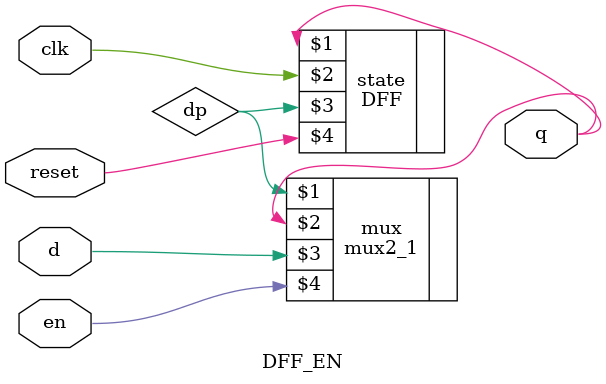
<source format=v>

module DFF_EN(q, clk, d, reset, en);

output wire q;
input  d, clk, reset, en;

wire dp;

mux2_1 mux(dp, q, d, en);
DFF state(q, clk, dp, reset);

endmodule
</source>
